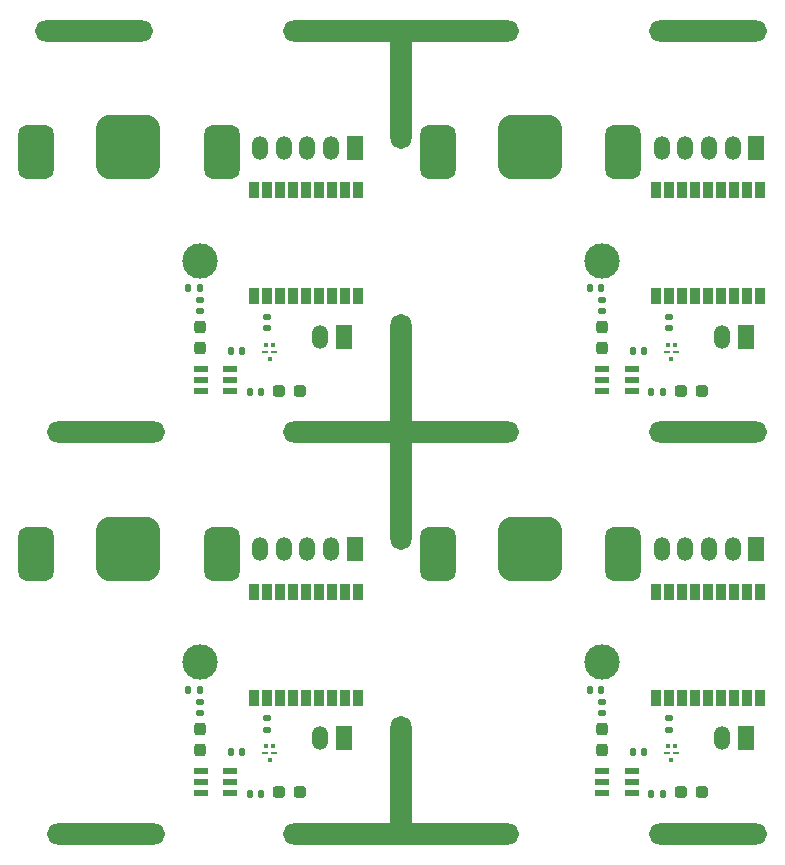
<source format=gts>
%TF.GenerationSoftware,KiCad,Pcbnew,(6.0.4)*%
%TF.CreationDate,2022-12-06T00:22:49+09:00*%
%TF.ProjectId,gps-teseo-p,6770732d-7465-4736-956f-2d702e6b6963,rev?*%
%TF.SameCoordinates,Original*%
%TF.FileFunction,Soldermask,Top*%
%TF.FilePolarity,Negative*%
%FSLAX46Y46*%
G04 Gerber Fmt 4.6, Leading zero omitted, Abs format (unit mm)*
G04 Created by KiCad (PCBNEW (6.0.4)) date 2022-12-06 00:22:49*
%MOMM*%
%LPD*%
G01*
G04 APERTURE LIST*
G04 Aperture macros list*
%AMRoundRect*
0 Rectangle with rounded corners*
0 $1 Rounding radius*
0 $2 $3 $4 $5 $6 $7 $8 $9 X,Y pos of 4 corners*
0 Add a 4 corners polygon primitive as box body*
4,1,4,$2,$3,$4,$5,$6,$7,$8,$9,$2,$3,0*
0 Add four circle primitives for the rounded corners*
1,1,$1+$1,$2,$3*
1,1,$1+$1,$4,$5*
1,1,$1+$1,$6,$7*
1,1,$1+$1,$8,$9*
0 Add four rect primitives between the rounded corners*
20,1,$1+$1,$2,$3,$4,$5,0*
20,1,$1+$1,$4,$5,$6,$7,0*
20,1,$1+$1,$6,$7,$8,$9,0*
20,1,$1+$1,$8,$9,$2,$3,0*%
G04 Aperture macros list end*
%ADD10O,10.000000X1.800000*%
%ADD11O,20.000000X1.800000*%
%ADD12O,1.800000X10.000000*%
%ADD13O,1.800000X20.000000*%
%ADD14RoundRect,0.750000X-0.750000X-1.550000X0.750000X-1.550000X0.750000X1.550000X-0.750000X1.550000X0*%
%ADD15RoundRect,1.375000X-1.375000X-1.375000X1.375000X-1.375000X1.375000X1.375000X-1.375000X1.375000X0*%
%ADD16C,3.000000*%
%ADD17RoundRect,0.140000X0.170000X-0.140000X0.170000X0.140000X-0.170000X0.140000X-0.170000X-0.140000X0*%
%ADD18RoundRect,0.140000X-0.140000X-0.170000X0.140000X-0.170000X0.140000X0.170000X-0.140000X0.170000X0*%
%ADD19R,1.250000X0.600000*%
%ADD20RoundRect,0.140000X0.140000X0.170000X-0.140000X0.170000X-0.140000X-0.170000X0.140000X-0.170000X0*%
%ADD21RoundRect,0.237500X-0.287500X-0.237500X0.287500X-0.237500X0.287500X0.237500X-0.287500X0.237500X0*%
%ADD22RoundRect,0.140000X-0.170000X0.140000X-0.170000X-0.140000X0.170000X-0.140000X0.170000X0.140000X0*%
%ADD23R,0.850000X1.450000*%
%ADD24R,0.525000X0.250000*%
%ADD25R,0.325000X0.425000*%
%ADD26RoundRect,0.237500X-0.237500X0.287500X-0.237500X-0.287500X0.237500X-0.287500X0.237500X0.287500X0*%
%ADD27O,1.350000X2.000000*%
%ADD28R,1.350000X2.000000*%
G04 APERTURE END LIST*
D10*
%TO.C,*%
X67000000Y-39000000D03*
%TD*%
%TO.C,*%
X119000000Y-39000000D03*
%TD*%
%TO.C,*%
X119000000Y-107000000D03*
%TD*%
%TO.C,*%
X68000000Y-107000000D03*
%TD*%
D11*
%TO.C,*%
X93000000Y-39000000D03*
%TD*%
%TO.C,*%
X93000000Y-107000000D03*
%TD*%
D12*
%TO.C,*%
X93000000Y-102000000D03*
%TD*%
D10*
%TO.C,*%
X119000000Y-73000000D03*
%TD*%
D12*
%TO.C,*%
X93000000Y-44000000D03*
%TD*%
D10*
%TO.C,*%
X68000000Y-73000000D03*
%TD*%
D13*
%TO.C,*%
X93000000Y-73000000D03*
%TD*%
D11*
%TO.C,*%
X93000000Y-73000000D03*
%TD*%
D14*
%TO.C,U5*%
X111850000Y-83280338D03*
X96150000Y-83280338D03*
D15*
X103900000Y-82880338D03*
%TD*%
D16*
%TO.C,IC14*%
X110000000Y-92500000D03*
%TD*%
D17*
%TO.C,C23*%
X115700000Y-97220000D03*
X115700000Y-98180000D03*
%TD*%
D18*
%TO.C,C24*%
X115180000Y-103600000D03*
X114220000Y-103600000D03*
%TD*%
D19*
%TO.C,IC15*%
X112550000Y-101650000D03*
X112550000Y-102600000D03*
X112550000Y-103550000D03*
X110050000Y-103550000D03*
X110050000Y-102600000D03*
X110050000Y-101650000D03*
%TD*%
D20*
%TO.C,C21*%
X109020000Y-94800000D03*
X109980000Y-94800000D03*
%TD*%
D21*
%TO.C,L10*%
X118475000Y-103500000D03*
X116725000Y-103500000D03*
%TD*%
D22*
%TO.C,C22*%
X110000000Y-96780000D03*
X110000000Y-95820000D03*
%TD*%
D18*
%TO.C,C25*%
X113580000Y-100100000D03*
X112620000Y-100100000D03*
%TD*%
D23*
%TO.C,IC13*%
X123400000Y-95500000D03*
X122300000Y-95500000D03*
X121200000Y-95500000D03*
X120100000Y-95500000D03*
X119000000Y-95500000D03*
X117900000Y-95500000D03*
X116800000Y-95500000D03*
X115700000Y-95500000D03*
X114600000Y-95500000D03*
X114600000Y-86500000D03*
X115700000Y-86500000D03*
X116800000Y-86500000D03*
X117900000Y-86500000D03*
X119000000Y-86500000D03*
X120100000Y-86500000D03*
X121200000Y-86500000D03*
X122300000Y-86500000D03*
X123400000Y-86500000D03*
%TD*%
D24*
%TO.C,FL5*%
X115526000Y-100188000D03*
D25*
X115626000Y-99600000D03*
X116200000Y-99600000D03*
D24*
X116300000Y-100188000D03*
D25*
X115913000Y-100776000D03*
%TD*%
D26*
%TO.C,L9*%
X110000000Y-99875000D03*
X110000000Y-98125000D03*
%TD*%
D27*
%TO.C,J9*%
X115100000Y-82900000D03*
X117100000Y-82900000D03*
X119100000Y-82900000D03*
X121100000Y-82900000D03*
D28*
X123100000Y-82900000D03*
%TD*%
D27*
%TO.C,J10*%
X120200000Y-98900000D03*
D28*
X122200000Y-98900000D03*
%TD*%
D14*
%TO.C,U4*%
X77850000Y-83280338D03*
X62150000Y-83280338D03*
D15*
X69900000Y-82880338D03*
%TD*%
D16*
%TO.C,IC11*%
X76000000Y-92500000D03*
%TD*%
D17*
%TO.C,C18*%
X81700000Y-97220000D03*
X81700000Y-98180000D03*
%TD*%
D18*
%TO.C,C19*%
X81180000Y-103600000D03*
X80220000Y-103600000D03*
%TD*%
D19*
%TO.C,IC12*%
X78550000Y-101650000D03*
X78550000Y-102600000D03*
X78550000Y-103550000D03*
X76050000Y-103550000D03*
X76050000Y-102600000D03*
X76050000Y-101650000D03*
%TD*%
D20*
%TO.C,C16*%
X75020000Y-94800000D03*
X75980000Y-94800000D03*
%TD*%
D21*
%TO.C,L8*%
X84475000Y-103500000D03*
X82725000Y-103500000D03*
%TD*%
D22*
%TO.C,C17*%
X76000000Y-96780000D03*
X76000000Y-95820000D03*
%TD*%
D18*
%TO.C,C20*%
X79580000Y-100100000D03*
X78620000Y-100100000D03*
%TD*%
D23*
%TO.C,IC10*%
X89400000Y-95500000D03*
X88300000Y-95500000D03*
X87200000Y-95500000D03*
X86100000Y-95500000D03*
X85000000Y-95500000D03*
X83900000Y-95500000D03*
X82800000Y-95500000D03*
X81700000Y-95500000D03*
X80600000Y-95500000D03*
X80600000Y-86500000D03*
X81700000Y-86500000D03*
X82800000Y-86500000D03*
X83900000Y-86500000D03*
X85000000Y-86500000D03*
X86100000Y-86500000D03*
X87200000Y-86500000D03*
X88300000Y-86500000D03*
X89400000Y-86500000D03*
%TD*%
D24*
%TO.C,FL4*%
X81526000Y-100188000D03*
D25*
X81626000Y-99600000D03*
X82200000Y-99600000D03*
D24*
X82300000Y-100188000D03*
D25*
X81913000Y-100776000D03*
%TD*%
D26*
%TO.C,L7*%
X76000000Y-99875000D03*
X76000000Y-98125000D03*
%TD*%
D27*
%TO.C,J7*%
X81100000Y-82900000D03*
X83100000Y-82900000D03*
X85100000Y-82900000D03*
X87100000Y-82900000D03*
D28*
X89100000Y-82900000D03*
%TD*%
D27*
%TO.C,J8*%
X86200000Y-98900000D03*
D28*
X88200000Y-98900000D03*
%TD*%
D14*
%TO.C,U2*%
X111850000Y-49280338D03*
X96150000Y-49280338D03*
D15*
X103900000Y-48880338D03*
%TD*%
D16*
%TO.C,IC5*%
X110000000Y-58500000D03*
%TD*%
D17*
%TO.C,C8*%
X115700000Y-63220000D03*
X115700000Y-64180000D03*
%TD*%
D18*
%TO.C,C9*%
X115180000Y-69600000D03*
X114220000Y-69600000D03*
%TD*%
D19*
%TO.C,IC6*%
X112550000Y-67650000D03*
X112550000Y-68600000D03*
X112550000Y-69550000D03*
X110050000Y-69550000D03*
X110050000Y-68600000D03*
X110050000Y-67650000D03*
%TD*%
D20*
%TO.C,C6*%
X109020000Y-60800000D03*
X109980000Y-60800000D03*
%TD*%
D21*
%TO.C,L4*%
X118475000Y-69500000D03*
X116725000Y-69500000D03*
%TD*%
D22*
%TO.C,C7*%
X110000000Y-62780000D03*
X110000000Y-61820000D03*
%TD*%
D18*
%TO.C,C10*%
X113580000Y-66100000D03*
X112620000Y-66100000D03*
%TD*%
D23*
%TO.C,IC4*%
X123400000Y-61500000D03*
X122300000Y-61500000D03*
X121200000Y-61500000D03*
X120100000Y-61500000D03*
X119000000Y-61500000D03*
X117900000Y-61500000D03*
X116800000Y-61500000D03*
X115700000Y-61500000D03*
X114600000Y-61500000D03*
X114600000Y-52500000D03*
X115700000Y-52500000D03*
X116800000Y-52500000D03*
X117900000Y-52500000D03*
X119000000Y-52500000D03*
X120100000Y-52500000D03*
X121200000Y-52500000D03*
X122300000Y-52500000D03*
X123400000Y-52500000D03*
%TD*%
D24*
%TO.C,FL2*%
X115526000Y-66188000D03*
D25*
X115626000Y-65600000D03*
X116200000Y-65600000D03*
D24*
X116300000Y-66188000D03*
D25*
X115913000Y-66776000D03*
%TD*%
D26*
%TO.C,L3*%
X110000000Y-65875000D03*
X110000000Y-64125000D03*
%TD*%
D27*
%TO.C,J3*%
X115100000Y-48900000D03*
X117100000Y-48900000D03*
X119100000Y-48900000D03*
X121100000Y-48900000D03*
D28*
X123100000Y-48900000D03*
%TD*%
D27*
%TO.C,J4*%
X120200000Y-64900000D03*
D28*
X122200000Y-64900000D03*
%TD*%
D23*
%TO.C,IC1*%
X89400000Y-61500000D03*
X88300000Y-61500000D03*
X87200000Y-61500000D03*
X86100000Y-61500000D03*
X85000000Y-61500000D03*
X83900000Y-61500000D03*
X82800000Y-61500000D03*
X81700000Y-61500000D03*
X80600000Y-61500000D03*
X80600000Y-52500000D03*
X81700000Y-52500000D03*
X82800000Y-52500000D03*
X83900000Y-52500000D03*
X85000000Y-52500000D03*
X86100000Y-52500000D03*
X87200000Y-52500000D03*
X88300000Y-52500000D03*
X89400000Y-52500000D03*
%TD*%
D18*
%TO.C,C5*%
X79580000Y-66100000D03*
X78620000Y-66100000D03*
%TD*%
D22*
%TO.C,C2*%
X76000000Y-62780000D03*
X76000000Y-61820000D03*
%TD*%
D21*
%TO.C,L2*%
X84475000Y-69500000D03*
X82725000Y-69500000D03*
%TD*%
D20*
%TO.C,C1*%
X75020000Y-60800000D03*
X75980000Y-60800000D03*
%TD*%
D19*
%TO.C,IC3*%
X78550000Y-67650000D03*
X78550000Y-68600000D03*
X78550000Y-69550000D03*
X76050000Y-69550000D03*
X76050000Y-68600000D03*
X76050000Y-67650000D03*
%TD*%
D27*
%TO.C,J1*%
X81100000Y-48900000D03*
X83100000Y-48900000D03*
X85100000Y-48900000D03*
X87100000Y-48900000D03*
D28*
X89100000Y-48900000D03*
%TD*%
D24*
%TO.C,FL1*%
X81526000Y-66188000D03*
D25*
X81626000Y-65600000D03*
X82200000Y-65600000D03*
D24*
X82300000Y-66188000D03*
D25*
X81913000Y-66776000D03*
%TD*%
D26*
%TO.C,L1*%
X76000000Y-65875000D03*
X76000000Y-64125000D03*
%TD*%
D18*
%TO.C,C4*%
X81180000Y-69600000D03*
X80220000Y-69600000D03*
%TD*%
D27*
%TO.C,J2*%
X86200000Y-64900000D03*
D28*
X88200000Y-64900000D03*
%TD*%
D17*
%TO.C,C3*%
X81700000Y-63220000D03*
X81700000Y-64180000D03*
%TD*%
D14*
%TO.C,U1*%
X77850000Y-49280338D03*
X62150000Y-49280338D03*
D15*
X69900000Y-48880338D03*
%TD*%
D16*
%TO.C,IC2*%
X76000000Y-58500000D03*
%TD*%
M02*

</source>
